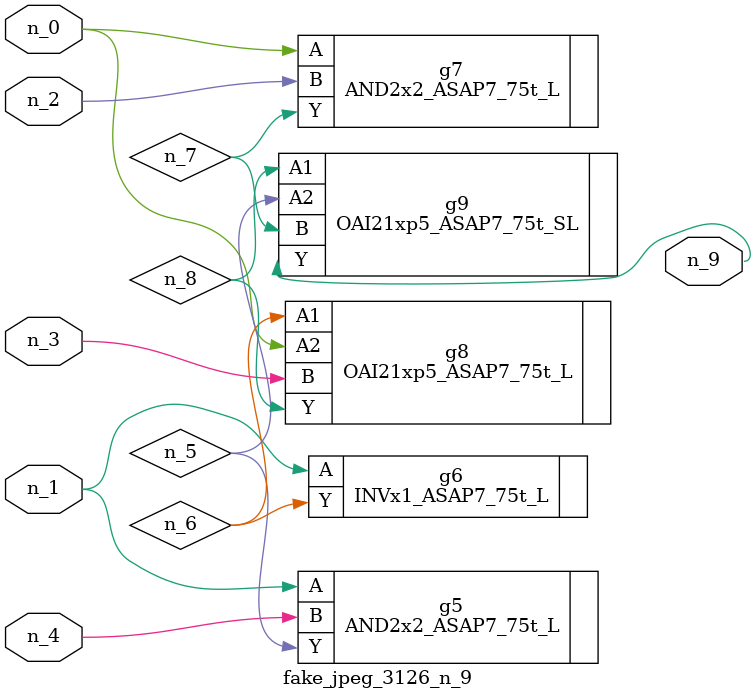
<source format=v>
module fake_jpeg_3126_n_9 (n_3, n_2, n_1, n_0, n_4, n_9);

input n_3;
input n_2;
input n_1;
input n_0;
input n_4;

output n_9;

wire n_8;
wire n_6;
wire n_5;
wire n_7;

AND2x2_ASAP7_75t_L g5 ( 
.A(n_1),
.B(n_4),
.Y(n_5)
);

INVx1_ASAP7_75t_L g6 ( 
.A(n_1),
.Y(n_6)
);

AND2x2_ASAP7_75t_L g7 ( 
.A(n_0),
.B(n_2),
.Y(n_7)
);

OAI21xp5_ASAP7_75t_L g8 ( 
.A1(n_6),
.A2(n_0),
.B(n_3),
.Y(n_8)
);

OAI21xp5_ASAP7_75t_SL g9 ( 
.A1(n_8),
.A2(n_5),
.B(n_7),
.Y(n_9)
);


endmodule
</source>
